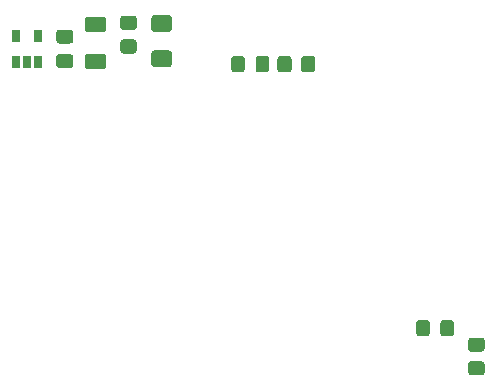
<source format=gbr>
%TF.GenerationSoftware,KiCad,Pcbnew,(5.1.10)-1*%
%TF.CreationDate,2023-05-11T15:26:33-07:00*%
%TF.ProjectId,CUBOTino2,4355424f-5469-46e6-9f32-2e6b69636164,rev?*%
%TF.SameCoordinates,Original*%
%TF.FileFunction,Paste,Top*%
%TF.FilePolarity,Positive*%
%FSLAX46Y46*%
G04 Gerber Fmt 4.6, Leading zero omitted, Abs format (unit mm)*
G04 Created by KiCad (PCBNEW (5.1.10)-1) date 2023-05-11 15:26:33*
%MOMM*%
%LPD*%
G01*
G04 APERTURE LIST*
%ADD10R,0.650000X1.060000*%
G04 APERTURE END LIST*
D10*
%TO.C,U1*%
X106950000Y-56700000D03*
X108850000Y-56700000D03*
X108850000Y-58900000D03*
X107900000Y-58900000D03*
X106950000Y-58900000D03*
%TD*%
%TO.C,C3*%
G36*
G01*
X110625000Y-58250000D02*
X111575000Y-58250000D01*
G75*
G02*
X111825000Y-58500000I0J-250000D01*
G01*
X111825000Y-59175000D01*
G75*
G02*
X111575000Y-59425000I-250000J0D01*
G01*
X110625000Y-59425000D01*
G75*
G02*
X110375000Y-59175000I0J250000D01*
G01*
X110375000Y-58500000D01*
G75*
G02*
X110625000Y-58250000I250000J0D01*
G01*
G37*
G36*
G01*
X110625000Y-56175000D02*
X111575000Y-56175000D01*
G75*
G02*
X111825000Y-56425000I0J-250000D01*
G01*
X111825000Y-57100000D01*
G75*
G02*
X111575000Y-57350000I-250000J0D01*
G01*
X110625000Y-57350000D01*
G75*
G02*
X110375000Y-57100000I0J250000D01*
G01*
X110375000Y-56425000D01*
G75*
G02*
X110625000Y-56175000I250000J0D01*
G01*
G37*
%TD*%
%TO.C,R3*%
G36*
G01*
X131100000Y-59550001D02*
X131100000Y-58649999D01*
G75*
G02*
X131349999Y-58400000I249999J0D01*
G01*
X132050001Y-58400000D01*
G75*
G02*
X132300000Y-58649999I0J-249999D01*
G01*
X132300000Y-59550001D01*
G75*
G02*
X132050001Y-59800000I-249999J0D01*
G01*
X131349999Y-59800000D01*
G75*
G02*
X131100000Y-59550001I0J249999D01*
G01*
G37*
G36*
G01*
X129100000Y-59550001D02*
X129100000Y-58649999D01*
G75*
G02*
X129349999Y-58400000I249999J0D01*
G01*
X130050001Y-58400000D01*
G75*
G02*
X130300000Y-58649999I0J-249999D01*
G01*
X130300000Y-59550001D01*
G75*
G02*
X130050001Y-59800000I-249999J0D01*
G01*
X129349999Y-59800000D01*
G75*
G02*
X129100000Y-59550001I0J249999D01*
G01*
G37*
%TD*%
%TO.C,R1*%
G36*
G01*
X145499999Y-84250000D02*
X146400001Y-84250000D01*
G75*
G02*
X146650000Y-84499999I0J-249999D01*
G01*
X146650000Y-85200001D01*
G75*
G02*
X146400001Y-85450000I-249999J0D01*
G01*
X145499999Y-85450000D01*
G75*
G02*
X145250000Y-85200001I0J249999D01*
G01*
X145250000Y-84499999D01*
G75*
G02*
X145499999Y-84250000I249999J0D01*
G01*
G37*
G36*
G01*
X145499999Y-82250000D02*
X146400001Y-82250000D01*
G75*
G02*
X146650000Y-82499999I0J-249999D01*
G01*
X146650000Y-83200001D01*
G75*
G02*
X146400001Y-83450000I-249999J0D01*
G01*
X145499999Y-83450000D01*
G75*
G02*
X145250000Y-83200001I0J249999D01*
G01*
X145250000Y-82499999D01*
G75*
G02*
X145499999Y-82250000I249999J0D01*
G01*
G37*
%TD*%
%TO.C,D3*%
G36*
G01*
X127250000Y-59550001D02*
X127250000Y-58649999D01*
G75*
G02*
X127499999Y-58400000I249999J0D01*
G01*
X128150001Y-58400000D01*
G75*
G02*
X128400000Y-58649999I0J-249999D01*
G01*
X128400000Y-59550001D01*
G75*
G02*
X128150001Y-59800000I-249999J0D01*
G01*
X127499999Y-59800000D01*
G75*
G02*
X127250000Y-59550001I0J249999D01*
G01*
G37*
G36*
G01*
X125200000Y-59550001D02*
X125200000Y-58649999D01*
G75*
G02*
X125449999Y-58400000I249999J0D01*
G01*
X126100001Y-58400000D01*
G75*
G02*
X126350000Y-58649999I0J-249999D01*
G01*
X126350000Y-59550001D01*
G75*
G02*
X126100001Y-59800000I-249999J0D01*
G01*
X125449999Y-59800000D01*
G75*
G02*
X125200000Y-59550001I0J249999D01*
G01*
G37*
%TD*%
%TO.C,D1*%
G36*
G01*
X142900000Y-81900001D02*
X142900000Y-80999999D01*
G75*
G02*
X143149999Y-80750000I249999J0D01*
G01*
X143800001Y-80750000D01*
G75*
G02*
X144050000Y-80999999I0J-249999D01*
G01*
X144050000Y-81900001D01*
G75*
G02*
X143800001Y-82150000I-249999J0D01*
G01*
X143149999Y-82150000D01*
G75*
G02*
X142900000Y-81900001I0J249999D01*
G01*
G37*
G36*
G01*
X140850000Y-81900001D02*
X140850000Y-80999999D01*
G75*
G02*
X141099999Y-80750000I249999J0D01*
G01*
X141750001Y-80750000D01*
G75*
G02*
X142000000Y-80999999I0J-249999D01*
G01*
X142000000Y-81900001D01*
G75*
G02*
X141750001Y-82150000I-249999J0D01*
G01*
X141099999Y-82150000D01*
G75*
G02*
X140850000Y-81900001I0J249999D01*
G01*
G37*
%TD*%
%TO.C,C5*%
G36*
G01*
X113049998Y-58200000D02*
X114350002Y-58200000D01*
G75*
G02*
X114600000Y-58449998I0J-249998D01*
G01*
X114600000Y-59275002D01*
G75*
G02*
X114350002Y-59525000I-249998J0D01*
G01*
X113049998Y-59525000D01*
G75*
G02*
X112800000Y-59275002I0J249998D01*
G01*
X112800000Y-58449998D01*
G75*
G02*
X113049998Y-58200000I249998J0D01*
G01*
G37*
G36*
G01*
X113049998Y-55075000D02*
X114350002Y-55075000D01*
G75*
G02*
X114600000Y-55324998I0J-249998D01*
G01*
X114600000Y-56150002D01*
G75*
G02*
X114350002Y-56400000I-249998J0D01*
G01*
X113049998Y-56400000D01*
G75*
G02*
X112800000Y-56150002I0J249998D01*
G01*
X112800000Y-55324998D01*
G75*
G02*
X113049998Y-55075000I249998J0D01*
G01*
G37*
%TD*%
%TO.C,R2*%
G36*
G01*
X116049999Y-57000000D02*
X116950001Y-57000000D01*
G75*
G02*
X117200000Y-57249999I0J-249999D01*
G01*
X117200000Y-57950001D01*
G75*
G02*
X116950001Y-58200000I-249999J0D01*
G01*
X116049999Y-58200000D01*
G75*
G02*
X115800000Y-57950001I0J249999D01*
G01*
X115800000Y-57249999D01*
G75*
G02*
X116049999Y-57000000I249999J0D01*
G01*
G37*
G36*
G01*
X116049999Y-55000000D02*
X116950001Y-55000000D01*
G75*
G02*
X117200000Y-55249999I0J-249999D01*
G01*
X117200000Y-55950001D01*
G75*
G02*
X116950001Y-56200000I-249999J0D01*
G01*
X116049999Y-56200000D01*
G75*
G02*
X115800000Y-55950001I0J249999D01*
G01*
X115800000Y-55249999D01*
G75*
G02*
X116049999Y-55000000I249999J0D01*
G01*
G37*
%TD*%
%TO.C,D2*%
G36*
G01*
X119925000Y-56375000D02*
X118675000Y-56375000D01*
G75*
G02*
X118425000Y-56125000I0J250000D01*
G01*
X118425000Y-55200000D01*
G75*
G02*
X118675000Y-54950000I250000J0D01*
G01*
X119925000Y-54950000D01*
G75*
G02*
X120175000Y-55200000I0J-250000D01*
G01*
X120175000Y-56125000D01*
G75*
G02*
X119925000Y-56375000I-250000J0D01*
G01*
G37*
G36*
G01*
X119925000Y-59350000D02*
X118675000Y-59350000D01*
G75*
G02*
X118425000Y-59100000I0J250000D01*
G01*
X118425000Y-58175000D01*
G75*
G02*
X118675000Y-57925000I250000J0D01*
G01*
X119925000Y-57925000D01*
G75*
G02*
X120175000Y-58175000I0J-250000D01*
G01*
X120175000Y-59100000D01*
G75*
G02*
X119925000Y-59350000I-250000J0D01*
G01*
G37*
%TD*%
M02*

</source>
